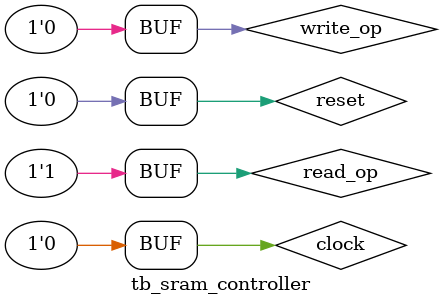
<source format=sv>
`timescale 1ns / 1ps

module tb_sram_controller();
    reg clock, reset;
    
    wire [31:0] base_ram_data;
    wire [19:0] base_ram_addr;
    wire [3:0] base_ram_be_n;
    wire base_ram_ce_n;
    wire base_ram_oe_n;
    wire base_ram_we_n;
    wire [31:0] bus_data;
    wire bus_stall;
    reg read_op;
    reg write_op;
    
    
    initial begin
        clock = 0;
        read_op = 0;
        reset = 1;
        #(100) reset = 0;
        write_op = 0;
        read_op = 1;
        repeat (10)
            #(100) clock = ~clock;
    end
    
    
    //always
        //#100 clock = ~clock;

    
    
    sram_controller ctl(
        .clk(clock),
        .rst(reset),
        .read_op(read_op),
        .write_op(write_op),
        .bus_data(bus_data),
        .bus_addr(20'b0),
        .byte_mask(4'b1111),
        .bus_stall(bus_stall),
        .ram_data(base_ram_data),
        .ram_addr(base_ram_addr),
        .ram_be_n(base_ram_be_n),
        .ram_ce_n(base_ram_ce_n),
        .ram_oe_n(base_ram_oe_n),
        .ram_we_n(base_ram_we_n)
    );


endmodule

</source>
